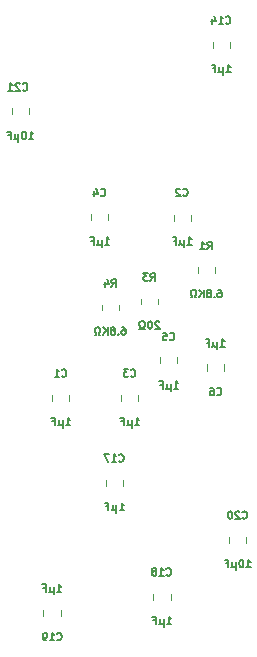
<source format=gbo>
%TF.GenerationSoftware,KiCad,Pcbnew,9.0.2*%
%TF.CreationDate,2025-06-15T15:40:31+02:00*%
%TF.ProjectId,HCP65 Coprocessor,48435036-3520-4436-9f70-726f63657373,V0*%
%TF.SameCoordinates,Original*%
%TF.FileFunction,Legend,Bot*%
%TF.FilePolarity,Positive*%
%FSLAX46Y46*%
G04 Gerber Fmt 4.6, Leading zero omitted, Abs format (unit mm)*
G04 Created by KiCad (PCBNEW 9.0.2) date 2025-06-15 15:40:31*
%MOMM*%
%LPD*%
G01*
G04 APERTURE LIST*
%ADD10C,0.150000*%
%ADD11C,0.120000*%
G04 APERTURE END LIST*
D10*
X18801832Y-29986486D02*
X18832070Y-30016725D01*
X18832070Y-30016725D02*
X18922784Y-30046963D01*
X18922784Y-30046963D02*
X18983260Y-30046963D01*
X18983260Y-30046963D02*
X19073975Y-30016725D01*
X19073975Y-30016725D02*
X19134451Y-29956248D01*
X19134451Y-29956248D02*
X19164689Y-29895772D01*
X19164689Y-29895772D02*
X19194927Y-29774820D01*
X19194927Y-29774820D02*
X19194927Y-29684105D01*
X19194927Y-29684105D02*
X19164689Y-29563153D01*
X19164689Y-29563153D02*
X19134451Y-29502677D01*
X19134451Y-29502677D02*
X19073975Y-29442201D01*
X19073975Y-29442201D02*
X18983260Y-29411963D01*
X18983260Y-29411963D02*
X18922784Y-29411963D01*
X18922784Y-29411963D02*
X18832070Y-29442201D01*
X18832070Y-29442201D02*
X18801832Y-29472439D01*
X18257546Y-29411963D02*
X18378499Y-29411963D01*
X18378499Y-29411963D02*
X18438975Y-29442201D01*
X18438975Y-29442201D02*
X18469213Y-29472439D01*
X18469213Y-29472439D02*
X18529689Y-29563153D01*
X18529689Y-29563153D02*
X18559927Y-29684105D01*
X18559927Y-29684105D02*
X18559927Y-29926010D01*
X18559927Y-29926010D02*
X18529689Y-29986486D01*
X18529689Y-29986486D02*
X18499451Y-30016725D01*
X18499451Y-30016725D02*
X18438975Y-30046963D01*
X18438975Y-30046963D02*
X18318022Y-30046963D01*
X18318022Y-30046963D02*
X18257546Y-30016725D01*
X18257546Y-30016725D02*
X18227308Y-29986486D01*
X18227308Y-29986486D02*
X18197070Y-29926010D01*
X18197070Y-29926010D02*
X18197070Y-29774820D01*
X18197070Y-29774820D02*
X18227308Y-29714344D01*
X18227308Y-29714344D02*
X18257546Y-29684105D01*
X18257546Y-29684105D02*
X18318022Y-29653867D01*
X18318022Y-29653867D02*
X18438975Y-29653867D01*
X18438975Y-29653867D02*
X18499451Y-29684105D01*
X18499451Y-29684105D02*
X18529689Y-29714344D01*
X18529689Y-29714344D02*
X18559927Y-29774820D01*
X19092333Y-25939963D02*
X19455190Y-25939963D01*
X19273762Y-25939963D02*
X19273762Y-25304963D01*
X19273762Y-25304963D02*
X19334238Y-25395677D01*
X19334238Y-25395677D02*
X19394714Y-25456153D01*
X19394714Y-25456153D02*
X19455190Y-25486391D01*
X18820190Y-25516629D02*
X18820190Y-26151629D01*
X18517809Y-25849248D02*
X18487571Y-25909725D01*
X18487571Y-25909725D02*
X18427095Y-25939963D01*
X18820190Y-25849248D02*
X18789952Y-25909725D01*
X18789952Y-25909725D02*
X18729476Y-25939963D01*
X18729476Y-25939963D02*
X18608523Y-25939963D01*
X18608523Y-25939963D02*
X18548047Y-25909725D01*
X18548047Y-25909725D02*
X18517809Y-25849248D01*
X18517809Y-25849248D02*
X18517809Y-25516629D01*
X17943285Y-25607344D02*
X18154952Y-25607344D01*
X18154952Y-25939963D02*
X18154952Y-25304963D01*
X18154952Y-25304963D02*
X17852571Y-25304963D01*
X11508834Y-28421486D02*
X11539072Y-28451725D01*
X11539072Y-28451725D02*
X11629786Y-28481963D01*
X11629786Y-28481963D02*
X11690262Y-28481963D01*
X11690262Y-28481963D02*
X11780977Y-28451725D01*
X11780977Y-28451725D02*
X11841453Y-28391248D01*
X11841453Y-28391248D02*
X11871691Y-28330772D01*
X11871691Y-28330772D02*
X11901929Y-28209820D01*
X11901929Y-28209820D02*
X11901929Y-28119105D01*
X11901929Y-28119105D02*
X11871691Y-27998153D01*
X11871691Y-27998153D02*
X11841453Y-27937677D01*
X11841453Y-27937677D02*
X11780977Y-27877201D01*
X11780977Y-27877201D02*
X11690262Y-27846963D01*
X11690262Y-27846963D02*
X11629786Y-27846963D01*
X11629786Y-27846963D02*
X11539072Y-27877201D01*
X11539072Y-27877201D02*
X11508834Y-27907439D01*
X11297167Y-27846963D02*
X10904072Y-27846963D01*
X10904072Y-27846963D02*
X11115739Y-28088867D01*
X11115739Y-28088867D02*
X11025024Y-28088867D01*
X11025024Y-28088867D02*
X10964548Y-28119105D01*
X10964548Y-28119105D02*
X10934310Y-28149344D01*
X10934310Y-28149344D02*
X10904072Y-28209820D01*
X10904072Y-28209820D02*
X10904072Y-28361010D01*
X10904072Y-28361010D02*
X10934310Y-28421486D01*
X10934310Y-28421486D02*
X10964548Y-28451725D01*
X10964548Y-28451725D02*
X11025024Y-28481963D01*
X11025024Y-28481963D02*
X11206453Y-28481963D01*
X11206453Y-28481963D02*
X11266929Y-28451725D01*
X11266929Y-28451725D02*
X11297167Y-28421486D01*
X11853333Y-32588963D02*
X12216190Y-32588963D01*
X12034762Y-32588963D02*
X12034762Y-31953963D01*
X12034762Y-31953963D02*
X12095238Y-32044677D01*
X12095238Y-32044677D02*
X12155714Y-32105153D01*
X12155714Y-32105153D02*
X12216190Y-32135391D01*
X11581190Y-32165629D02*
X11581190Y-32800629D01*
X11278809Y-32498248D02*
X11248571Y-32558725D01*
X11248571Y-32558725D02*
X11188095Y-32588963D01*
X11581190Y-32498248D02*
X11550952Y-32558725D01*
X11550952Y-32558725D02*
X11490476Y-32588963D01*
X11490476Y-32588963D02*
X11369523Y-32588963D01*
X11369523Y-32588963D02*
X11309047Y-32558725D01*
X11309047Y-32558725D02*
X11278809Y-32498248D01*
X11278809Y-32498248D02*
X11278809Y-32165629D01*
X10704285Y-32256344D02*
X10915952Y-32256344D01*
X10915952Y-32588963D02*
X10915952Y-31953963D01*
X10915952Y-31953963D02*
X10613571Y-31953963D01*
X14534215Y-45256486D02*
X14564453Y-45286725D01*
X14564453Y-45286725D02*
X14655167Y-45316963D01*
X14655167Y-45316963D02*
X14715643Y-45316963D01*
X14715643Y-45316963D02*
X14806358Y-45286725D01*
X14806358Y-45286725D02*
X14866834Y-45226248D01*
X14866834Y-45226248D02*
X14897072Y-45165772D01*
X14897072Y-45165772D02*
X14927310Y-45044820D01*
X14927310Y-45044820D02*
X14927310Y-44954105D01*
X14927310Y-44954105D02*
X14897072Y-44833153D01*
X14897072Y-44833153D02*
X14866834Y-44772677D01*
X14866834Y-44772677D02*
X14806358Y-44712201D01*
X14806358Y-44712201D02*
X14715643Y-44681963D01*
X14715643Y-44681963D02*
X14655167Y-44681963D01*
X14655167Y-44681963D02*
X14564453Y-44712201D01*
X14564453Y-44712201D02*
X14534215Y-44742439D01*
X13929453Y-45316963D02*
X14292310Y-45316963D01*
X14110882Y-45316963D02*
X14110882Y-44681963D01*
X14110882Y-44681963D02*
X14171358Y-44772677D01*
X14171358Y-44772677D02*
X14231834Y-44833153D01*
X14231834Y-44833153D02*
X14292310Y-44863391D01*
X13566596Y-44954105D02*
X13627072Y-44923867D01*
X13627072Y-44923867D02*
X13657310Y-44893629D01*
X13657310Y-44893629D02*
X13687548Y-44833153D01*
X13687548Y-44833153D02*
X13687548Y-44802915D01*
X13687548Y-44802915D02*
X13657310Y-44742439D01*
X13657310Y-44742439D02*
X13627072Y-44712201D01*
X13627072Y-44712201D02*
X13566596Y-44681963D01*
X13566596Y-44681963D02*
X13445643Y-44681963D01*
X13445643Y-44681963D02*
X13385167Y-44712201D01*
X13385167Y-44712201D02*
X13354929Y-44742439D01*
X13354929Y-44742439D02*
X13324691Y-44802915D01*
X13324691Y-44802915D02*
X13324691Y-44833153D01*
X13324691Y-44833153D02*
X13354929Y-44893629D01*
X13354929Y-44893629D02*
X13385167Y-44923867D01*
X13385167Y-44923867D02*
X13445643Y-44954105D01*
X13445643Y-44954105D02*
X13566596Y-44954105D01*
X13566596Y-44954105D02*
X13627072Y-44984344D01*
X13627072Y-44984344D02*
X13657310Y-45014582D01*
X13657310Y-45014582D02*
X13687548Y-45075058D01*
X13687548Y-45075058D02*
X13687548Y-45196010D01*
X13687548Y-45196010D02*
X13657310Y-45256486D01*
X13657310Y-45256486D02*
X13627072Y-45286725D01*
X13627072Y-45286725D02*
X13566596Y-45316963D01*
X13566596Y-45316963D02*
X13445643Y-45316963D01*
X13445643Y-45316963D02*
X13385167Y-45286725D01*
X13385167Y-45286725D02*
X13354929Y-45256486D01*
X13354929Y-45256486D02*
X13324691Y-45196010D01*
X13324691Y-45196010D02*
X13324691Y-45075058D01*
X13324691Y-45075058D02*
X13354929Y-45014582D01*
X13354929Y-45014582D02*
X13385167Y-44984344D01*
X13385167Y-44984344D02*
X13445643Y-44954105D01*
X14576333Y-49423963D02*
X14939190Y-49423963D01*
X14757762Y-49423963D02*
X14757762Y-48788963D01*
X14757762Y-48788963D02*
X14818238Y-48879677D01*
X14818238Y-48879677D02*
X14878714Y-48940153D01*
X14878714Y-48940153D02*
X14939190Y-48970391D01*
X14304190Y-49000629D02*
X14304190Y-49635629D01*
X14001809Y-49333248D02*
X13971571Y-49393725D01*
X13971571Y-49393725D02*
X13911095Y-49423963D01*
X14304190Y-49333248D02*
X14273952Y-49393725D01*
X14273952Y-49393725D02*
X14213476Y-49423963D01*
X14213476Y-49423963D02*
X14092523Y-49423963D01*
X14092523Y-49423963D02*
X14032047Y-49393725D01*
X14032047Y-49393725D02*
X14001809Y-49333248D01*
X14001809Y-49333248D02*
X14001809Y-49000629D01*
X13427285Y-49091344D02*
X13638952Y-49091344D01*
X13638952Y-49423963D02*
X13638952Y-48788963D01*
X13638952Y-48788963D02*
X13336571Y-48788963D01*
X8968833Y-13136486D02*
X8999071Y-13166725D01*
X8999071Y-13166725D02*
X9089785Y-13196963D01*
X9089785Y-13196963D02*
X9150261Y-13196963D01*
X9150261Y-13196963D02*
X9240976Y-13166725D01*
X9240976Y-13166725D02*
X9301452Y-13106248D01*
X9301452Y-13106248D02*
X9331690Y-13045772D01*
X9331690Y-13045772D02*
X9361928Y-12924820D01*
X9361928Y-12924820D02*
X9361928Y-12834105D01*
X9361928Y-12834105D02*
X9331690Y-12713153D01*
X9331690Y-12713153D02*
X9301452Y-12652677D01*
X9301452Y-12652677D02*
X9240976Y-12592201D01*
X9240976Y-12592201D02*
X9150261Y-12561963D01*
X9150261Y-12561963D02*
X9089785Y-12561963D01*
X9089785Y-12561963D02*
X8999071Y-12592201D01*
X8999071Y-12592201D02*
X8968833Y-12622439D01*
X8424547Y-12773629D02*
X8424547Y-13196963D01*
X8575738Y-12531725D02*
X8726928Y-12985296D01*
X8726928Y-12985296D02*
X8333833Y-12985296D01*
X9313333Y-17303963D02*
X9676190Y-17303963D01*
X9494762Y-17303963D02*
X9494762Y-16668963D01*
X9494762Y-16668963D02*
X9555238Y-16759677D01*
X9555238Y-16759677D02*
X9615714Y-16820153D01*
X9615714Y-16820153D02*
X9676190Y-16850391D01*
X9041190Y-16880629D02*
X9041190Y-17515629D01*
X8738809Y-17213248D02*
X8708571Y-17273725D01*
X8708571Y-17273725D02*
X8648095Y-17303963D01*
X9041190Y-17213248D02*
X9010952Y-17273725D01*
X9010952Y-17273725D02*
X8950476Y-17303963D01*
X8950476Y-17303963D02*
X8829523Y-17303963D01*
X8829523Y-17303963D02*
X8769047Y-17273725D01*
X8769047Y-17273725D02*
X8738809Y-17213248D01*
X8738809Y-17213248D02*
X8738809Y-16880629D01*
X8164285Y-16971344D02*
X8375952Y-16971344D01*
X8375952Y-17303963D02*
X8375952Y-16668963D01*
X8375952Y-16668963D02*
X8073571Y-16668963D01*
X20955214Y-40441486D02*
X20985452Y-40471725D01*
X20985452Y-40471725D02*
X21076166Y-40501963D01*
X21076166Y-40501963D02*
X21136642Y-40501963D01*
X21136642Y-40501963D02*
X21227357Y-40471725D01*
X21227357Y-40471725D02*
X21287833Y-40411248D01*
X21287833Y-40411248D02*
X21318071Y-40350772D01*
X21318071Y-40350772D02*
X21348309Y-40229820D01*
X21348309Y-40229820D02*
X21348309Y-40139105D01*
X21348309Y-40139105D02*
X21318071Y-40018153D01*
X21318071Y-40018153D02*
X21287833Y-39957677D01*
X21287833Y-39957677D02*
X21227357Y-39897201D01*
X21227357Y-39897201D02*
X21136642Y-39866963D01*
X21136642Y-39866963D02*
X21076166Y-39866963D01*
X21076166Y-39866963D02*
X20985452Y-39897201D01*
X20985452Y-39897201D02*
X20955214Y-39927439D01*
X20713309Y-39927439D02*
X20683071Y-39897201D01*
X20683071Y-39897201D02*
X20622595Y-39866963D01*
X20622595Y-39866963D02*
X20471404Y-39866963D01*
X20471404Y-39866963D02*
X20410928Y-39897201D01*
X20410928Y-39897201D02*
X20380690Y-39927439D01*
X20380690Y-39927439D02*
X20350452Y-39987915D01*
X20350452Y-39987915D02*
X20350452Y-40048391D01*
X20350452Y-40048391D02*
X20380690Y-40139105D01*
X20380690Y-40139105D02*
X20743547Y-40501963D01*
X20743547Y-40501963D02*
X20350452Y-40501963D01*
X19957357Y-39866963D02*
X19896880Y-39866963D01*
X19896880Y-39866963D02*
X19836404Y-39897201D01*
X19836404Y-39897201D02*
X19806166Y-39927439D01*
X19806166Y-39927439D02*
X19775928Y-39987915D01*
X19775928Y-39987915D02*
X19745690Y-40108867D01*
X19745690Y-40108867D02*
X19745690Y-40260058D01*
X19745690Y-40260058D02*
X19775928Y-40381010D01*
X19775928Y-40381010D02*
X19806166Y-40441486D01*
X19806166Y-40441486D02*
X19836404Y-40471725D01*
X19836404Y-40471725D02*
X19896880Y-40501963D01*
X19896880Y-40501963D02*
X19957357Y-40501963D01*
X19957357Y-40501963D02*
X20017833Y-40471725D01*
X20017833Y-40471725D02*
X20048071Y-40441486D01*
X20048071Y-40441486D02*
X20078309Y-40381010D01*
X20078309Y-40381010D02*
X20108547Y-40260058D01*
X20108547Y-40260058D02*
X20108547Y-40108867D01*
X20108547Y-40108867D02*
X20078309Y-39987915D01*
X20078309Y-39987915D02*
X20048071Y-39927439D01*
X20048071Y-39927439D02*
X20017833Y-39897201D01*
X20017833Y-39897201D02*
X19957357Y-39866963D01*
X21299714Y-44608963D02*
X21662571Y-44608963D01*
X21481143Y-44608963D02*
X21481143Y-43973963D01*
X21481143Y-43973963D02*
X21541619Y-44064677D01*
X21541619Y-44064677D02*
X21602095Y-44125153D01*
X21602095Y-44125153D02*
X21662571Y-44155391D01*
X20906619Y-43973963D02*
X20846142Y-43973963D01*
X20846142Y-43973963D02*
X20785666Y-44004201D01*
X20785666Y-44004201D02*
X20755428Y-44034439D01*
X20755428Y-44034439D02*
X20725190Y-44094915D01*
X20725190Y-44094915D02*
X20694952Y-44215867D01*
X20694952Y-44215867D02*
X20694952Y-44367058D01*
X20694952Y-44367058D02*
X20725190Y-44488010D01*
X20725190Y-44488010D02*
X20755428Y-44548486D01*
X20755428Y-44548486D02*
X20785666Y-44578725D01*
X20785666Y-44578725D02*
X20846142Y-44608963D01*
X20846142Y-44608963D02*
X20906619Y-44608963D01*
X20906619Y-44608963D02*
X20967095Y-44578725D01*
X20967095Y-44578725D02*
X20997333Y-44548486D01*
X20997333Y-44548486D02*
X21027571Y-44488010D01*
X21027571Y-44488010D02*
X21057809Y-44367058D01*
X21057809Y-44367058D02*
X21057809Y-44215867D01*
X21057809Y-44215867D02*
X21027571Y-44094915D01*
X21027571Y-44094915D02*
X20997333Y-44034439D01*
X20997333Y-44034439D02*
X20967095Y-44004201D01*
X20967095Y-44004201D02*
X20906619Y-43973963D01*
X20422809Y-44185629D02*
X20422809Y-44820629D01*
X20120428Y-44518248D02*
X20090190Y-44578725D01*
X20090190Y-44578725D02*
X20029714Y-44608963D01*
X20422809Y-44518248D02*
X20392571Y-44578725D01*
X20392571Y-44578725D02*
X20332095Y-44608963D01*
X20332095Y-44608963D02*
X20211142Y-44608963D01*
X20211142Y-44608963D02*
X20150666Y-44578725D01*
X20150666Y-44578725D02*
X20120428Y-44518248D01*
X20120428Y-44518248D02*
X20120428Y-44185629D01*
X19545904Y-44276344D02*
X19757571Y-44276344D01*
X19757571Y-44608963D02*
X19757571Y-43973963D01*
X19757571Y-43973963D02*
X19455190Y-43973963D01*
X15953833Y-13136486D02*
X15984071Y-13166725D01*
X15984071Y-13166725D02*
X16074785Y-13196963D01*
X16074785Y-13196963D02*
X16135261Y-13196963D01*
X16135261Y-13196963D02*
X16225976Y-13166725D01*
X16225976Y-13166725D02*
X16286452Y-13106248D01*
X16286452Y-13106248D02*
X16316690Y-13045772D01*
X16316690Y-13045772D02*
X16346928Y-12924820D01*
X16346928Y-12924820D02*
X16346928Y-12834105D01*
X16346928Y-12834105D02*
X16316690Y-12713153D01*
X16316690Y-12713153D02*
X16286452Y-12652677D01*
X16286452Y-12652677D02*
X16225976Y-12592201D01*
X16225976Y-12592201D02*
X16135261Y-12561963D01*
X16135261Y-12561963D02*
X16074785Y-12561963D01*
X16074785Y-12561963D02*
X15984071Y-12592201D01*
X15984071Y-12592201D02*
X15953833Y-12622439D01*
X15711928Y-12622439D02*
X15681690Y-12592201D01*
X15681690Y-12592201D02*
X15621214Y-12561963D01*
X15621214Y-12561963D02*
X15470023Y-12561963D01*
X15470023Y-12561963D02*
X15409547Y-12592201D01*
X15409547Y-12592201D02*
X15379309Y-12622439D01*
X15379309Y-12622439D02*
X15349071Y-12682915D01*
X15349071Y-12682915D02*
X15349071Y-12743391D01*
X15349071Y-12743391D02*
X15379309Y-12834105D01*
X15379309Y-12834105D02*
X15742166Y-13196963D01*
X15742166Y-13196963D02*
X15349071Y-13196963D01*
X16298333Y-17303963D02*
X16661190Y-17303963D01*
X16479762Y-17303963D02*
X16479762Y-16668963D01*
X16479762Y-16668963D02*
X16540238Y-16759677D01*
X16540238Y-16759677D02*
X16600714Y-16820153D01*
X16600714Y-16820153D02*
X16661190Y-16850391D01*
X16026190Y-16880629D02*
X16026190Y-17515629D01*
X15723809Y-17213248D02*
X15693571Y-17273725D01*
X15693571Y-17273725D02*
X15633095Y-17303963D01*
X16026190Y-17213248D02*
X15995952Y-17273725D01*
X15995952Y-17273725D02*
X15935476Y-17303963D01*
X15935476Y-17303963D02*
X15814523Y-17303963D01*
X15814523Y-17303963D02*
X15754047Y-17273725D01*
X15754047Y-17273725D02*
X15723809Y-17213248D01*
X15723809Y-17213248D02*
X15723809Y-16880629D01*
X15149285Y-16971344D02*
X15360952Y-16971344D01*
X15360952Y-17303963D02*
X15360952Y-16668963D01*
X15360952Y-16668963D02*
X15058571Y-16668963D01*
X5281214Y-50748486D02*
X5311452Y-50778725D01*
X5311452Y-50778725D02*
X5402166Y-50808963D01*
X5402166Y-50808963D02*
X5462642Y-50808963D01*
X5462642Y-50808963D02*
X5553357Y-50778725D01*
X5553357Y-50778725D02*
X5613833Y-50718248D01*
X5613833Y-50718248D02*
X5644071Y-50657772D01*
X5644071Y-50657772D02*
X5674309Y-50536820D01*
X5674309Y-50536820D02*
X5674309Y-50446105D01*
X5674309Y-50446105D02*
X5644071Y-50325153D01*
X5644071Y-50325153D02*
X5613833Y-50264677D01*
X5613833Y-50264677D02*
X5553357Y-50204201D01*
X5553357Y-50204201D02*
X5462642Y-50173963D01*
X5462642Y-50173963D02*
X5402166Y-50173963D01*
X5402166Y-50173963D02*
X5311452Y-50204201D01*
X5311452Y-50204201D02*
X5281214Y-50234439D01*
X4676452Y-50808963D02*
X5039309Y-50808963D01*
X4857881Y-50808963D02*
X4857881Y-50173963D01*
X4857881Y-50173963D02*
X4918357Y-50264677D01*
X4918357Y-50264677D02*
X4978833Y-50325153D01*
X4978833Y-50325153D02*
X5039309Y-50355391D01*
X4374071Y-50808963D02*
X4253119Y-50808963D01*
X4253119Y-50808963D02*
X4192642Y-50778725D01*
X4192642Y-50778725D02*
X4162404Y-50748486D01*
X4162404Y-50748486D02*
X4101928Y-50657772D01*
X4101928Y-50657772D02*
X4071690Y-50536820D01*
X4071690Y-50536820D02*
X4071690Y-50294915D01*
X4071690Y-50294915D02*
X4101928Y-50234439D01*
X4101928Y-50234439D02*
X4132166Y-50204201D01*
X4132166Y-50204201D02*
X4192642Y-50173963D01*
X4192642Y-50173963D02*
X4313595Y-50173963D01*
X4313595Y-50173963D02*
X4374071Y-50204201D01*
X4374071Y-50204201D02*
X4404309Y-50234439D01*
X4404309Y-50234439D02*
X4434547Y-50294915D01*
X4434547Y-50294915D02*
X4434547Y-50446105D01*
X4434547Y-50446105D02*
X4404309Y-50506582D01*
X4404309Y-50506582D02*
X4374071Y-50536820D01*
X4374071Y-50536820D02*
X4313595Y-50567058D01*
X4313595Y-50567058D02*
X4192642Y-50567058D01*
X4192642Y-50567058D02*
X4132166Y-50536820D01*
X4132166Y-50536820D02*
X4101928Y-50506582D01*
X4101928Y-50506582D02*
X4071690Y-50446105D01*
X5269333Y-46701963D02*
X5632190Y-46701963D01*
X5450762Y-46701963D02*
X5450762Y-46066963D01*
X5450762Y-46066963D02*
X5511238Y-46157677D01*
X5511238Y-46157677D02*
X5571714Y-46218153D01*
X5571714Y-46218153D02*
X5632190Y-46248391D01*
X4997190Y-46278629D02*
X4997190Y-46913629D01*
X4694809Y-46611248D02*
X4664571Y-46671725D01*
X4664571Y-46671725D02*
X4604095Y-46701963D01*
X4997190Y-46611248D02*
X4966952Y-46671725D01*
X4966952Y-46671725D02*
X4906476Y-46701963D01*
X4906476Y-46701963D02*
X4785523Y-46701963D01*
X4785523Y-46701963D02*
X4725047Y-46671725D01*
X4725047Y-46671725D02*
X4694809Y-46611248D01*
X4694809Y-46611248D02*
X4694809Y-46278629D01*
X4120285Y-46369344D02*
X4331952Y-46369344D01*
X4331952Y-46701963D02*
X4331952Y-46066963D01*
X4331952Y-46066963D02*
X4029571Y-46066963D01*
X10524215Y-35619486D02*
X10554453Y-35649725D01*
X10554453Y-35649725D02*
X10645167Y-35679963D01*
X10645167Y-35679963D02*
X10705643Y-35679963D01*
X10705643Y-35679963D02*
X10796358Y-35649725D01*
X10796358Y-35649725D02*
X10856834Y-35589248D01*
X10856834Y-35589248D02*
X10887072Y-35528772D01*
X10887072Y-35528772D02*
X10917310Y-35407820D01*
X10917310Y-35407820D02*
X10917310Y-35317105D01*
X10917310Y-35317105D02*
X10887072Y-35196153D01*
X10887072Y-35196153D02*
X10856834Y-35135677D01*
X10856834Y-35135677D02*
X10796358Y-35075201D01*
X10796358Y-35075201D02*
X10705643Y-35044963D01*
X10705643Y-35044963D02*
X10645167Y-35044963D01*
X10645167Y-35044963D02*
X10554453Y-35075201D01*
X10554453Y-35075201D02*
X10524215Y-35105439D01*
X9919453Y-35679963D02*
X10282310Y-35679963D01*
X10100882Y-35679963D02*
X10100882Y-35044963D01*
X10100882Y-35044963D02*
X10161358Y-35135677D01*
X10161358Y-35135677D02*
X10221834Y-35196153D01*
X10221834Y-35196153D02*
X10282310Y-35226391D01*
X9707786Y-35044963D02*
X9284453Y-35044963D01*
X9284453Y-35044963D02*
X9556596Y-35679963D01*
X10566333Y-39786963D02*
X10929190Y-39786963D01*
X10747762Y-39786963D02*
X10747762Y-39151963D01*
X10747762Y-39151963D02*
X10808238Y-39242677D01*
X10808238Y-39242677D02*
X10868714Y-39303153D01*
X10868714Y-39303153D02*
X10929190Y-39333391D01*
X10294190Y-39363629D02*
X10294190Y-39998629D01*
X9991809Y-39696248D02*
X9961571Y-39756725D01*
X9961571Y-39756725D02*
X9901095Y-39786963D01*
X10294190Y-39696248D02*
X10263952Y-39756725D01*
X10263952Y-39756725D02*
X10203476Y-39786963D01*
X10203476Y-39786963D02*
X10082523Y-39786963D01*
X10082523Y-39786963D02*
X10022047Y-39756725D01*
X10022047Y-39756725D02*
X9991809Y-39696248D01*
X9991809Y-39696248D02*
X9991809Y-39363629D01*
X9417285Y-39454344D02*
X9628952Y-39454344D01*
X9628952Y-39786963D02*
X9628952Y-39151963D01*
X9628952Y-39151963D02*
X9326571Y-39151963D01*
X14810833Y-25328486D02*
X14841071Y-25358725D01*
X14841071Y-25358725D02*
X14931785Y-25388963D01*
X14931785Y-25388963D02*
X14992261Y-25388963D01*
X14992261Y-25388963D02*
X15082976Y-25358725D01*
X15082976Y-25358725D02*
X15143452Y-25298248D01*
X15143452Y-25298248D02*
X15173690Y-25237772D01*
X15173690Y-25237772D02*
X15203928Y-25116820D01*
X15203928Y-25116820D02*
X15203928Y-25026105D01*
X15203928Y-25026105D02*
X15173690Y-24905153D01*
X15173690Y-24905153D02*
X15143452Y-24844677D01*
X15143452Y-24844677D02*
X15082976Y-24784201D01*
X15082976Y-24784201D02*
X14992261Y-24753963D01*
X14992261Y-24753963D02*
X14931785Y-24753963D01*
X14931785Y-24753963D02*
X14841071Y-24784201D01*
X14841071Y-24784201D02*
X14810833Y-24814439D01*
X14236309Y-24753963D02*
X14538690Y-24753963D01*
X14538690Y-24753963D02*
X14568928Y-25056344D01*
X14568928Y-25056344D02*
X14538690Y-25026105D01*
X14538690Y-25026105D02*
X14478214Y-24995867D01*
X14478214Y-24995867D02*
X14327023Y-24995867D01*
X14327023Y-24995867D02*
X14266547Y-25026105D01*
X14266547Y-25026105D02*
X14236309Y-25056344D01*
X14236309Y-25056344D02*
X14206071Y-25116820D01*
X14206071Y-25116820D02*
X14206071Y-25268010D01*
X14206071Y-25268010D02*
X14236309Y-25328486D01*
X14236309Y-25328486D02*
X14266547Y-25358725D01*
X14266547Y-25358725D02*
X14327023Y-25388963D01*
X14327023Y-25388963D02*
X14478214Y-25388963D01*
X14478214Y-25388963D02*
X14538690Y-25358725D01*
X14538690Y-25358725D02*
X14568928Y-25328486D01*
X15155333Y-29495963D02*
X15518190Y-29495963D01*
X15336762Y-29495963D02*
X15336762Y-28860963D01*
X15336762Y-28860963D02*
X15397238Y-28951677D01*
X15397238Y-28951677D02*
X15457714Y-29012153D01*
X15457714Y-29012153D02*
X15518190Y-29042391D01*
X14883190Y-29072629D02*
X14883190Y-29707629D01*
X14580809Y-29405248D02*
X14550571Y-29465725D01*
X14550571Y-29465725D02*
X14490095Y-29495963D01*
X14883190Y-29405248D02*
X14852952Y-29465725D01*
X14852952Y-29465725D02*
X14792476Y-29495963D01*
X14792476Y-29495963D02*
X14671523Y-29495963D01*
X14671523Y-29495963D02*
X14611047Y-29465725D01*
X14611047Y-29465725D02*
X14580809Y-29405248D01*
X14580809Y-29405248D02*
X14580809Y-29072629D01*
X14006285Y-29163344D02*
X14217952Y-29163344D01*
X14217952Y-29495963D02*
X14217952Y-28860963D01*
X14217952Y-28860963D02*
X13915571Y-28860963D01*
X5666834Y-28421486D02*
X5697072Y-28451725D01*
X5697072Y-28451725D02*
X5787786Y-28481963D01*
X5787786Y-28481963D02*
X5848262Y-28481963D01*
X5848262Y-28481963D02*
X5938977Y-28451725D01*
X5938977Y-28451725D02*
X5999453Y-28391248D01*
X5999453Y-28391248D02*
X6029691Y-28330772D01*
X6029691Y-28330772D02*
X6059929Y-28209820D01*
X6059929Y-28209820D02*
X6059929Y-28119105D01*
X6059929Y-28119105D02*
X6029691Y-27998153D01*
X6029691Y-27998153D02*
X5999453Y-27937677D01*
X5999453Y-27937677D02*
X5938977Y-27877201D01*
X5938977Y-27877201D02*
X5848262Y-27846963D01*
X5848262Y-27846963D02*
X5787786Y-27846963D01*
X5787786Y-27846963D02*
X5697072Y-27877201D01*
X5697072Y-27877201D02*
X5666834Y-27907439D01*
X5062072Y-28481963D02*
X5424929Y-28481963D01*
X5243501Y-28481963D02*
X5243501Y-27846963D01*
X5243501Y-27846963D02*
X5303977Y-27937677D01*
X5303977Y-27937677D02*
X5364453Y-27998153D01*
X5364453Y-27998153D02*
X5424929Y-28028391D01*
X6011333Y-32588963D02*
X6374190Y-32588963D01*
X6192762Y-32588963D02*
X6192762Y-31953963D01*
X6192762Y-31953963D02*
X6253238Y-32044677D01*
X6253238Y-32044677D02*
X6313714Y-32105153D01*
X6313714Y-32105153D02*
X6374190Y-32135391D01*
X5739190Y-32165629D02*
X5739190Y-32800629D01*
X5436809Y-32498248D02*
X5406571Y-32558725D01*
X5406571Y-32558725D02*
X5346095Y-32588963D01*
X5739190Y-32498248D02*
X5708952Y-32558725D01*
X5708952Y-32558725D02*
X5648476Y-32588963D01*
X5648476Y-32588963D02*
X5527523Y-32588963D01*
X5527523Y-32588963D02*
X5467047Y-32558725D01*
X5467047Y-32558725D02*
X5436809Y-32498248D01*
X5436809Y-32498248D02*
X5436809Y-32165629D01*
X4862285Y-32256344D02*
X5073952Y-32256344D01*
X5073952Y-32588963D02*
X5073952Y-31953963D01*
X5073952Y-31953963D02*
X4771571Y-31953963D01*
X2360609Y-4193881D02*
X2390847Y-4224120D01*
X2390847Y-4224120D02*
X2481561Y-4254358D01*
X2481561Y-4254358D02*
X2542037Y-4254358D01*
X2542037Y-4254358D02*
X2632752Y-4224120D01*
X2632752Y-4224120D02*
X2693228Y-4163643D01*
X2693228Y-4163643D02*
X2723466Y-4103167D01*
X2723466Y-4103167D02*
X2753704Y-3982215D01*
X2753704Y-3982215D02*
X2753704Y-3891500D01*
X2753704Y-3891500D02*
X2723466Y-3770548D01*
X2723466Y-3770548D02*
X2693228Y-3710072D01*
X2693228Y-3710072D02*
X2632752Y-3649596D01*
X2632752Y-3649596D02*
X2542037Y-3619358D01*
X2542037Y-3619358D02*
X2481561Y-3619358D01*
X2481561Y-3619358D02*
X2390847Y-3649596D01*
X2390847Y-3649596D02*
X2360609Y-3679834D01*
X2118704Y-3679834D02*
X2088466Y-3649596D01*
X2088466Y-3649596D02*
X2027990Y-3619358D01*
X2027990Y-3619358D02*
X1876799Y-3619358D01*
X1876799Y-3619358D02*
X1816323Y-3649596D01*
X1816323Y-3649596D02*
X1786085Y-3679834D01*
X1786085Y-3679834D02*
X1755847Y-3740310D01*
X1755847Y-3740310D02*
X1755847Y-3800786D01*
X1755847Y-3800786D02*
X1786085Y-3891500D01*
X1786085Y-3891500D02*
X2148942Y-4254358D01*
X2148942Y-4254358D02*
X1755847Y-4254358D01*
X1151085Y-4254358D02*
X1513942Y-4254358D01*
X1332514Y-4254358D02*
X1332514Y-3619358D01*
X1332514Y-3619358D02*
X1392990Y-3710072D01*
X1392990Y-3710072D02*
X1453466Y-3770548D01*
X1453466Y-3770548D02*
X1513942Y-3800786D01*
X2884714Y-8361358D02*
X3247571Y-8361358D01*
X3066143Y-8361358D02*
X3066143Y-7726358D01*
X3066143Y-7726358D02*
X3126619Y-7817072D01*
X3126619Y-7817072D02*
X3187095Y-7877548D01*
X3187095Y-7877548D02*
X3247571Y-7907786D01*
X2491619Y-7726358D02*
X2431142Y-7726358D01*
X2431142Y-7726358D02*
X2370666Y-7756596D01*
X2370666Y-7756596D02*
X2340428Y-7786834D01*
X2340428Y-7786834D02*
X2310190Y-7847310D01*
X2310190Y-7847310D02*
X2279952Y-7968262D01*
X2279952Y-7968262D02*
X2279952Y-8119453D01*
X2279952Y-8119453D02*
X2310190Y-8240405D01*
X2310190Y-8240405D02*
X2340428Y-8300881D01*
X2340428Y-8300881D02*
X2370666Y-8331120D01*
X2370666Y-8331120D02*
X2431142Y-8361358D01*
X2431142Y-8361358D02*
X2491619Y-8361358D01*
X2491619Y-8361358D02*
X2552095Y-8331120D01*
X2552095Y-8331120D02*
X2582333Y-8300881D01*
X2582333Y-8300881D02*
X2612571Y-8240405D01*
X2612571Y-8240405D02*
X2642809Y-8119453D01*
X2642809Y-8119453D02*
X2642809Y-7968262D01*
X2642809Y-7968262D02*
X2612571Y-7847310D01*
X2612571Y-7847310D02*
X2582333Y-7786834D01*
X2582333Y-7786834D02*
X2552095Y-7756596D01*
X2552095Y-7756596D02*
X2491619Y-7726358D01*
X2007809Y-7938024D02*
X2007809Y-8573024D01*
X1705428Y-8270643D02*
X1675190Y-8331120D01*
X1675190Y-8331120D02*
X1614714Y-8361358D01*
X2007809Y-8270643D02*
X1977571Y-8331120D01*
X1977571Y-8331120D02*
X1917095Y-8361358D01*
X1917095Y-8361358D02*
X1796142Y-8361358D01*
X1796142Y-8361358D02*
X1735666Y-8331120D01*
X1735666Y-8331120D02*
X1705428Y-8270643D01*
X1705428Y-8270643D02*
X1705428Y-7938024D01*
X1130904Y-8028739D02*
X1342571Y-8028739D01*
X1342571Y-8361358D02*
X1342571Y-7726358D01*
X1342571Y-7726358D02*
X1040190Y-7726358D01*
X19558215Y1468513D02*
X19588453Y1438275D01*
X19588453Y1438275D02*
X19679167Y1408036D01*
X19679167Y1408036D02*
X19739643Y1408036D01*
X19739643Y1408036D02*
X19830358Y1438275D01*
X19830358Y1438275D02*
X19890834Y1498751D01*
X19890834Y1498751D02*
X19921072Y1559227D01*
X19921072Y1559227D02*
X19951310Y1680179D01*
X19951310Y1680179D02*
X19951310Y1770894D01*
X19951310Y1770894D02*
X19921072Y1891846D01*
X19921072Y1891846D02*
X19890834Y1952322D01*
X19890834Y1952322D02*
X19830358Y2012798D01*
X19830358Y2012798D02*
X19739643Y2043036D01*
X19739643Y2043036D02*
X19679167Y2043036D01*
X19679167Y2043036D02*
X19588453Y2012798D01*
X19588453Y2012798D02*
X19558215Y1982560D01*
X18953453Y1408036D02*
X19316310Y1408036D01*
X19134882Y1408036D02*
X19134882Y2043036D01*
X19134882Y2043036D02*
X19195358Y1952322D01*
X19195358Y1952322D02*
X19255834Y1891846D01*
X19255834Y1891846D02*
X19316310Y1861608D01*
X18409167Y1831370D02*
X18409167Y1408036D01*
X18560358Y2073275D02*
X18711548Y1619703D01*
X18711548Y1619703D02*
X18318453Y1619703D01*
X19600334Y-2698963D02*
X19963191Y-2698963D01*
X19781763Y-2698963D02*
X19781763Y-2063963D01*
X19781763Y-2063963D02*
X19842239Y-2154677D01*
X19842239Y-2154677D02*
X19902715Y-2215153D01*
X19902715Y-2215153D02*
X19963191Y-2245391D01*
X19328191Y-2275629D02*
X19328191Y-2910629D01*
X19025810Y-2608248D02*
X18995572Y-2668725D01*
X18995572Y-2668725D02*
X18935096Y-2698963D01*
X19328191Y-2608248D02*
X19297953Y-2668725D01*
X19297953Y-2668725D02*
X19237477Y-2698963D01*
X19237477Y-2698963D02*
X19116524Y-2698963D01*
X19116524Y-2698963D02*
X19056048Y-2668725D01*
X19056048Y-2668725D02*
X19025810Y-2608248D01*
X19025810Y-2608248D02*
X19025810Y-2275629D01*
X18451286Y-2366344D02*
X18662953Y-2366344D01*
X18662953Y-2698963D02*
X18662953Y-2063963D01*
X18662953Y-2063963D02*
X18360572Y-2063963D01*
X18012833Y-17684963D02*
X18224500Y-17382582D01*
X18375690Y-17684963D02*
X18375690Y-17049963D01*
X18375690Y-17049963D02*
X18133785Y-17049963D01*
X18133785Y-17049963D02*
X18073309Y-17080201D01*
X18073309Y-17080201D02*
X18043071Y-17110439D01*
X18043071Y-17110439D02*
X18012833Y-17170915D01*
X18012833Y-17170915D02*
X18012833Y-17261629D01*
X18012833Y-17261629D02*
X18043071Y-17322105D01*
X18043071Y-17322105D02*
X18073309Y-17352344D01*
X18073309Y-17352344D02*
X18133785Y-17382582D01*
X18133785Y-17382582D02*
X18375690Y-17382582D01*
X17408071Y-17684963D02*
X17770928Y-17684963D01*
X17589500Y-17684963D02*
X17589500Y-17049963D01*
X17589500Y-17049963D02*
X17649976Y-17140677D01*
X17649976Y-17140677D02*
X17710452Y-17201153D01*
X17710452Y-17201153D02*
X17770928Y-17231391D01*
X18919975Y-21113963D02*
X19040928Y-21113963D01*
X19040928Y-21113963D02*
X19101404Y-21144201D01*
X19101404Y-21144201D02*
X19131642Y-21174439D01*
X19131642Y-21174439D02*
X19192118Y-21265153D01*
X19192118Y-21265153D02*
X19222356Y-21386105D01*
X19222356Y-21386105D02*
X19222356Y-21628010D01*
X19222356Y-21628010D02*
X19192118Y-21688486D01*
X19192118Y-21688486D02*
X19161880Y-21718725D01*
X19161880Y-21718725D02*
X19101404Y-21748963D01*
X19101404Y-21748963D02*
X18980451Y-21748963D01*
X18980451Y-21748963D02*
X18919975Y-21718725D01*
X18919975Y-21718725D02*
X18889737Y-21688486D01*
X18889737Y-21688486D02*
X18859499Y-21628010D01*
X18859499Y-21628010D02*
X18859499Y-21476820D01*
X18859499Y-21476820D02*
X18889737Y-21416344D01*
X18889737Y-21416344D02*
X18919975Y-21386105D01*
X18919975Y-21386105D02*
X18980451Y-21355867D01*
X18980451Y-21355867D02*
X19101404Y-21355867D01*
X19101404Y-21355867D02*
X19161880Y-21386105D01*
X19161880Y-21386105D02*
X19192118Y-21416344D01*
X19192118Y-21416344D02*
X19222356Y-21476820D01*
X18587356Y-21688486D02*
X18557118Y-21718725D01*
X18557118Y-21718725D02*
X18587356Y-21748963D01*
X18587356Y-21748963D02*
X18617594Y-21718725D01*
X18617594Y-21718725D02*
X18587356Y-21688486D01*
X18587356Y-21688486D02*
X18587356Y-21748963D01*
X18194261Y-21386105D02*
X18254737Y-21355867D01*
X18254737Y-21355867D02*
X18284975Y-21325629D01*
X18284975Y-21325629D02*
X18315213Y-21265153D01*
X18315213Y-21265153D02*
X18315213Y-21234915D01*
X18315213Y-21234915D02*
X18284975Y-21174439D01*
X18284975Y-21174439D02*
X18254737Y-21144201D01*
X18254737Y-21144201D02*
X18194261Y-21113963D01*
X18194261Y-21113963D02*
X18073308Y-21113963D01*
X18073308Y-21113963D02*
X18012832Y-21144201D01*
X18012832Y-21144201D02*
X17982594Y-21174439D01*
X17982594Y-21174439D02*
X17952356Y-21234915D01*
X17952356Y-21234915D02*
X17952356Y-21265153D01*
X17952356Y-21265153D02*
X17982594Y-21325629D01*
X17982594Y-21325629D02*
X18012832Y-21355867D01*
X18012832Y-21355867D02*
X18073308Y-21386105D01*
X18073308Y-21386105D02*
X18194261Y-21386105D01*
X18194261Y-21386105D02*
X18254737Y-21416344D01*
X18254737Y-21416344D02*
X18284975Y-21446582D01*
X18284975Y-21446582D02*
X18315213Y-21507058D01*
X18315213Y-21507058D02*
X18315213Y-21628010D01*
X18315213Y-21628010D02*
X18284975Y-21688486D01*
X18284975Y-21688486D02*
X18254737Y-21718725D01*
X18254737Y-21718725D02*
X18194261Y-21748963D01*
X18194261Y-21748963D02*
X18073308Y-21748963D01*
X18073308Y-21748963D02*
X18012832Y-21718725D01*
X18012832Y-21718725D02*
X17982594Y-21688486D01*
X17982594Y-21688486D02*
X17952356Y-21628010D01*
X17952356Y-21628010D02*
X17952356Y-21507058D01*
X17952356Y-21507058D02*
X17982594Y-21446582D01*
X17982594Y-21446582D02*
X18012832Y-21416344D01*
X18012832Y-21416344D02*
X18073308Y-21386105D01*
X17680213Y-21748963D02*
X17680213Y-21113963D01*
X17317356Y-21748963D02*
X17589499Y-21386105D01*
X17317356Y-21113963D02*
X17680213Y-21476820D01*
X17075451Y-21748963D02*
X16924261Y-21748963D01*
X16924261Y-21748963D02*
X16924261Y-21628010D01*
X16924261Y-21628010D02*
X16984737Y-21597772D01*
X16984737Y-21597772D02*
X17045213Y-21537296D01*
X17045213Y-21537296D02*
X17075451Y-21446582D01*
X17075451Y-21446582D02*
X17075451Y-21295391D01*
X17075451Y-21295391D02*
X17045213Y-21204677D01*
X17045213Y-21204677D02*
X16984737Y-21144201D01*
X16984737Y-21144201D02*
X16894023Y-21113963D01*
X16894023Y-21113963D02*
X16773070Y-21113963D01*
X16773070Y-21113963D02*
X16682356Y-21144201D01*
X16682356Y-21144201D02*
X16621880Y-21204677D01*
X16621880Y-21204677D02*
X16591642Y-21295391D01*
X16591642Y-21295391D02*
X16591642Y-21446582D01*
X16591642Y-21446582D02*
X16621880Y-21537296D01*
X16621880Y-21537296D02*
X16682356Y-21597772D01*
X16682356Y-21597772D02*
X16742832Y-21628010D01*
X16742832Y-21628010D02*
X16742832Y-21748963D01*
X16742832Y-21748963D02*
X16591642Y-21748963D01*
X9884833Y-20859963D02*
X10096500Y-20557582D01*
X10247690Y-20859963D02*
X10247690Y-20224963D01*
X10247690Y-20224963D02*
X10005785Y-20224963D01*
X10005785Y-20224963D02*
X9945309Y-20255201D01*
X9945309Y-20255201D02*
X9915071Y-20285439D01*
X9915071Y-20285439D02*
X9884833Y-20345915D01*
X9884833Y-20345915D02*
X9884833Y-20436629D01*
X9884833Y-20436629D02*
X9915071Y-20497105D01*
X9915071Y-20497105D02*
X9945309Y-20527344D01*
X9945309Y-20527344D02*
X10005785Y-20557582D01*
X10005785Y-20557582D02*
X10247690Y-20557582D01*
X9340547Y-20436629D02*
X9340547Y-20859963D01*
X9491738Y-20194725D02*
X9642928Y-20648296D01*
X9642928Y-20648296D02*
X9249833Y-20648296D01*
X10791975Y-24288963D02*
X10912928Y-24288963D01*
X10912928Y-24288963D02*
X10973404Y-24319201D01*
X10973404Y-24319201D02*
X11003642Y-24349439D01*
X11003642Y-24349439D02*
X11064118Y-24440153D01*
X11064118Y-24440153D02*
X11094356Y-24561105D01*
X11094356Y-24561105D02*
X11094356Y-24803010D01*
X11094356Y-24803010D02*
X11064118Y-24863486D01*
X11064118Y-24863486D02*
X11033880Y-24893725D01*
X11033880Y-24893725D02*
X10973404Y-24923963D01*
X10973404Y-24923963D02*
X10852451Y-24923963D01*
X10852451Y-24923963D02*
X10791975Y-24893725D01*
X10791975Y-24893725D02*
X10761737Y-24863486D01*
X10761737Y-24863486D02*
X10731499Y-24803010D01*
X10731499Y-24803010D02*
X10731499Y-24651820D01*
X10731499Y-24651820D02*
X10761737Y-24591344D01*
X10761737Y-24591344D02*
X10791975Y-24561105D01*
X10791975Y-24561105D02*
X10852451Y-24530867D01*
X10852451Y-24530867D02*
X10973404Y-24530867D01*
X10973404Y-24530867D02*
X11033880Y-24561105D01*
X11033880Y-24561105D02*
X11064118Y-24591344D01*
X11064118Y-24591344D02*
X11094356Y-24651820D01*
X10459356Y-24863486D02*
X10429118Y-24893725D01*
X10429118Y-24893725D02*
X10459356Y-24923963D01*
X10459356Y-24923963D02*
X10489594Y-24893725D01*
X10489594Y-24893725D02*
X10459356Y-24863486D01*
X10459356Y-24863486D02*
X10459356Y-24923963D01*
X10066261Y-24561105D02*
X10126737Y-24530867D01*
X10126737Y-24530867D02*
X10156975Y-24500629D01*
X10156975Y-24500629D02*
X10187213Y-24440153D01*
X10187213Y-24440153D02*
X10187213Y-24409915D01*
X10187213Y-24409915D02*
X10156975Y-24349439D01*
X10156975Y-24349439D02*
X10126737Y-24319201D01*
X10126737Y-24319201D02*
X10066261Y-24288963D01*
X10066261Y-24288963D02*
X9945308Y-24288963D01*
X9945308Y-24288963D02*
X9884832Y-24319201D01*
X9884832Y-24319201D02*
X9854594Y-24349439D01*
X9854594Y-24349439D02*
X9824356Y-24409915D01*
X9824356Y-24409915D02*
X9824356Y-24440153D01*
X9824356Y-24440153D02*
X9854594Y-24500629D01*
X9854594Y-24500629D02*
X9884832Y-24530867D01*
X9884832Y-24530867D02*
X9945308Y-24561105D01*
X9945308Y-24561105D02*
X10066261Y-24561105D01*
X10066261Y-24561105D02*
X10126737Y-24591344D01*
X10126737Y-24591344D02*
X10156975Y-24621582D01*
X10156975Y-24621582D02*
X10187213Y-24682058D01*
X10187213Y-24682058D02*
X10187213Y-24803010D01*
X10187213Y-24803010D02*
X10156975Y-24863486D01*
X10156975Y-24863486D02*
X10126737Y-24893725D01*
X10126737Y-24893725D02*
X10066261Y-24923963D01*
X10066261Y-24923963D02*
X9945308Y-24923963D01*
X9945308Y-24923963D02*
X9884832Y-24893725D01*
X9884832Y-24893725D02*
X9854594Y-24863486D01*
X9854594Y-24863486D02*
X9824356Y-24803010D01*
X9824356Y-24803010D02*
X9824356Y-24682058D01*
X9824356Y-24682058D02*
X9854594Y-24621582D01*
X9854594Y-24621582D02*
X9884832Y-24591344D01*
X9884832Y-24591344D02*
X9945308Y-24561105D01*
X9552213Y-24923963D02*
X9552213Y-24288963D01*
X9189356Y-24923963D02*
X9461499Y-24561105D01*
X9189356Y-24288963D02*
X9552213Y-24651820D01*
X8947451Y-24923963D02*
X8796261Y-24923963D01*
X8796261Y-24923963D02*
X8796261Y-24803010D01*
X8796261Y-24803010D02*
X8856737Y-24772772D01*
X8856737Y-24772772D02*
X8917213Y-24712296D01*
X8917213Y-24712296D02*
X8947451Y-24621582D01*
X8947451Y-24621582D02*
X8947451Y-24470391D01*
X8947451Y-24470391D02*
X8917213Y-24379677D01*
X8917213Y-24379677D02*
X8856737Y-24319201D01*
X8856737Y-24319201D02*
X8766023Y-24288963D01*
X8766023Y-24288963D02*
X8645070Y-24288963D01*
X8645070Y-24288963D02*
X8554356Y-24319201D01*
X8554356Y-24319201D02*
X8493880Y-24379677D01*
X8493880Y-24379677D02*
X8463642Y-24470391D01*
X8463642Y-24470391D02*
X8463642Y-24621582D01*
X8463642Y-24621582D02*
X8493880Y-24712296D01*
X8493880Y-24712296D02*
X8554356Y-24772772D01*
X8554356Y-24772772D02*
X8614832Y-24803010D01*
X8614832Y-24803010D02*
X8614832Y-24923963D01*
X8614832Y-24923963D02*
X8463642Y-24923963D01*
X13186833Y-20351963D02*
X13398500Y-20049582D01*
X13549690Y-20351963D02*
X13549690Y-19716963D01*
X13549690Y-19716963D02*
X13307785Y-19716963D01*
X13307785Y-19716963D02*
X13247309Y-19747201D01*
X13247309Y-19747201D02*
X13217071Y-19777439D01*
X13217071Y-19777439D02*
X13186833Y-19837915D01*
X13186833Y-19837915D02*
X13186833Y-19928629D01*
X13186833Y-19928629D02*
X13217071Y-19989105D01*
X13217071Y-19989105D02*
X13247309Y-20019344D01*
X13247309Y-20019344D02*
X13307785Y-20049582D01*
X13307785Y-20049582D02*
X13549690Y-20049582D01*
X12975166Y-19716963D02*
X12582071Y-19716963D01*
X12582071Y-19716963D02*
X12793738Y-19958867D01*
X12793738Y-19958867D02*
X12703023Y-19958867D01*
X12703023Y-19958867D02*
X12642547Y-19989105D01*
X12642547Y-19989105D02*
X12612309Y-20019344D01*
X12612309Y-20019344D02*
X12582071Y-20079820D01*
X12582071Y-20079820D02*
X12582071Y-20231010D01*
X12582071Y-20231010D02*
X12612309Y-20291486D01*
X12612309Y-20291486D02*
X12642547Y-20321725D01*
X12642547Y-20321725D02*
X12703023Y-20351963D01*
X12703023Y-20351963D02*
X12884452Y-20351963D01*
X12884452Y-20351963D02*
X12944928Y-20321725D01*
X12944928Y-20321725D02*
X12975166Y-20291486D01*
X13927666Y-23841439D02*
X13897428Y-23811201D01*
X13897428Y-23811201D02*
X13836952Y-23780963D01*
X13836952Y-23780963D02*
X13685761Y-23780963D01*
X13685761Y-23780963D02*
X13625285Y-23811201D01*
X13625285Y-23811201D02*
X13595047Y-23841439D01*
X13595047Y-23841439D02*
X13564809Y-23901915D01*
X13564809Y-23901915D02*
X13564809Y-23962391D01*
X13564809Y-23962391D02*
X13595047Y-24053105D01*
X13595047Y-24053105D02*
X13957904Y-24415963D01*
X13957904Y-24415963D02*
X13564809Y-24415963D01*
X13171714Y-23780963D02*
X13111237Y-23780963D01*
X13111237Y-23780963D02*
X13050761Y-23811201D01*
X13050761Y-23811201D02*
X13020523Y-23841439D01*
X13020523Y-23841439D02*
X12990285Y-23901915D01*
X12990285Y-23901915D02*
X12960047Y-24022867D01*
X12960047Y-24022867D02*
X12960047Y-24174058D01*
X12960047Y-24174058D02*
X12990285Y-24295010D01*
X12990285Y-24295010D02*
X13020523Y-24355486D01*
X13020523Y-24355486D02*
X13050761Y-24385725D01*
X13050761Y-24385725D02*
X13111237Y-24415963D01*
X13111237Y-24415963D02*
X13171714Y-24415963D01*
X13171714Y-24415963D02*
X13232190Y-24385725D01*
X13232190Y-24385725D02*
X13262428Y-24355486D01*
X13262428Y-24355486D02*
X13292666Y-24295010D01*
X13292666Y-24295010D02*
X13322904Y-24174058D01*
X13322904Y-24174058D02*
X13322904Y-24022867D01*
X13322904Y-24022867D02*
X13292666Y-23901915D01*
X13292666Y-23901915D02*
X13262428Y-23841439D01*
X13262428Y-23841439D02*
X13232190Y-23811201D01*
X13232190Y-23811201D02*
X13171714Y-23780963D01*
X12718142Y-24415963D02*
X12566952Y-24415963D01*
X12566952Y-24415963D02*
X12566952Y-24295010D01*
X12566952Y-24295010D02*
X12627428Y-24264772D01*
X12627428Y-24264772D02*
X12687904Y-24204296D01*
X12687904Y-24204296D02*
X12718142Y-24113582D01*
X12718142Y-24113582D02*
X12718142Y-23962391D01*
X12718142Y-23962391D02*
X12687904Y-23871677D01*
X12687904Y-23871677D02*
X12627428Y-23811201D01*
X12627428Y-23811201D02*
X12536714Y-23780963D01*
X12536714Y-23780963D02*
X12415761Y-23780963D01*
X12415761Y-23780963D02*
X12325047Y-23811201D01*
X12325047Y-23811201D02*
X12264571Y-23871677D01*
X12264571Y-23871677D02*
X12234333Y-23962391D01*
X12234333Y-23962391D02*
X12234333Y-24113582D01*
X12234333Y-24113582D02*
X12264571Y-24204296D01*
X12264571Y-24204296D02*
X12325047Y-24264772D01*
X12325047Y-24264772D02*
X12385523Y-24295010D01*
X12385523Y-24295010D02*
X12385523Y-24415963D01*
X12385523Y-24415963D02*
X12234333Y-24415963D01*
D11*
%TO.C,C6*%
X17934000Y-27440748D02*
X17934000Y-27963252D01*
X19404000Y-27440748D02*
X19404000Y-27963252D01*
%TO.C,C3*%
X10695000Y-30516252D02*
X10695000Y-29993748D01*
X12165000Y-30516252D02*
X12165000Y-29993748D01*
%TO.C,C18*%
X13418000Y-46860748D02*
X13418000Y-47383252D01*
X14888000Y-46860748D02*
X14888000Y-47383252D01*
%TO.C,C4*%
X8155000Y-15231252D02*
X8155000Y-14708748D01*
X9625000Y-15231252D02*
X9625000Y-14708748D01*
%TO.C,C20*%
X19839000Y-42536252D02*
X19839000Y-42013748D01*
X21309000Y-42536252D02*
X21309000Y-42013748D01*
%TO.C,C2*%
X15140000Y-14785748D02*
X15140000Y-15308252D01*
X16610000Y-14785748D02*
X16610000Y-15308252D01*
%TO.C,C19*%
X4111000Y-48202748D02*
X4111000Y-48725252D01*
X5581000Y-48202748D02*
X5581000Y-48725252D01*
%TO.C,C17*%
X9408000Y-37223748D02*
X9408000Y-37746252D01*
X10878000Y-37223748D02*
X10878000Y-37746252D01*
%TO.C,C5*%
X13997000Y-26805748D02*
X13997000Y-27328252D01*
X15467000Y-26805748D02*
X15467000Y-27328252D01*
%TO.C,C1*%
X4853000Y-30516252D02*
X4853000Y-29993748D01*
X6323000Y-30516252D02*
X6323000Y-29993748D01*
%TO.C,C21*%
X1424000Y-5723748D02*
X1424000Y-6246252D01*
X2894000Y-5723748D02*
X2894000Y-6246252D01*
%TO.C,C14*%
X18442000Y-135748D02*
X18442000Y-658252D01*
X19912000Y-135748D02*
X19912000Y-658252D01*
%TO.C,R1*%
X17182000Y-19658064D02*
X17182000Y-19203936D01*
X18652000Y-19658064D02*
X18652000Y-19203936D01*
%TO.C,R4*%
X9054000Y-22833064D02*
X9054000Y-22378936D01*
X10524000Y-22833064D02*
X10524000Y-22378936D01*
%TO.C,R3*%
X12356000Y-22325064D02*
X12356000Y-21870936D01*
X13826000Y-22325064D02*
X13826000Y-21870936D01*
%TD*%
M02*

</source>
